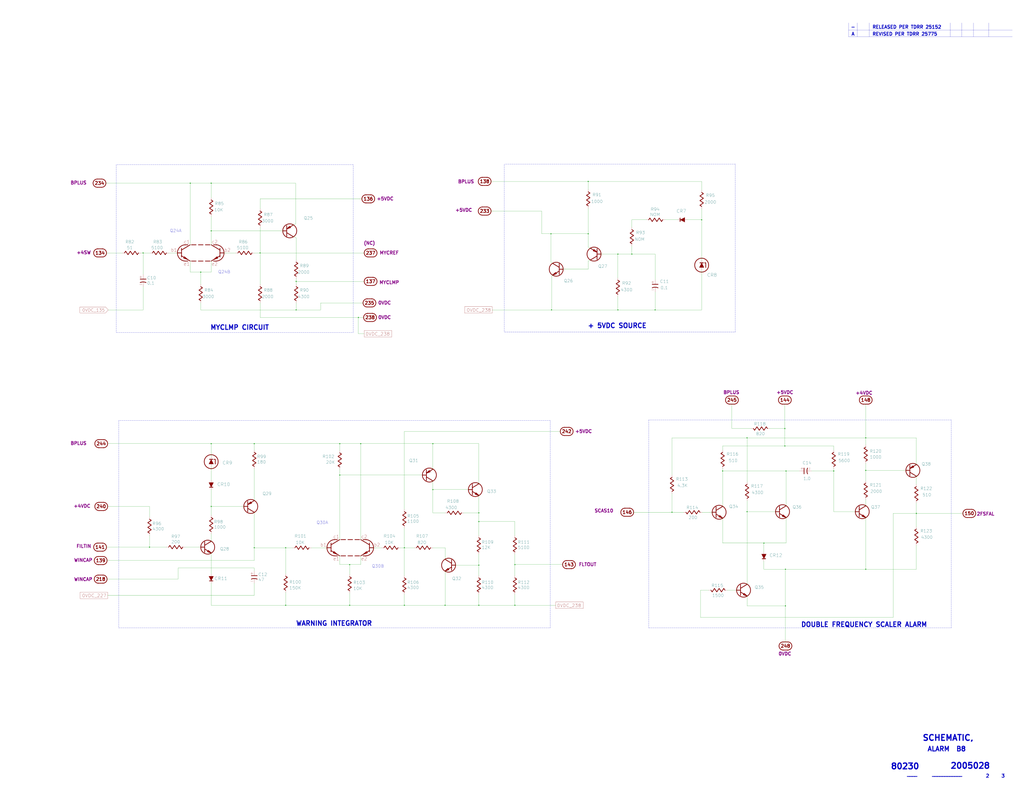
<source format=kicad_sch>
(kicad_sch (version 20211123) (generator eeschema)
  (paper "E")
  (junction (at 561.975 661.035))
  (junction (at 944.88 621.665))
  (junction (at 815.34 558.8))
  (junction (at 522.605 560.07))
  (junction (at 715.01 338.455))
  (junction (at 765.81 240.03))
  (junction (at 674.37 338.455))
  (junction (at 857.25 661.67))
  (junction (at 641.985 198.12))
  (junction (at 381.635 661.035))
  (junction (at 485.775 661.035))
  (junction (at 323.215 338.455))
  (junction (at 522.605 617.22))
  (junction (at 311.785 661.035))
  (junction (at 219.075 297.18))
  (junction (at 370.84 518.795))
  (junction (at 277.495 484.505))
  (junction (at 641.985 255.27))
  (junction (at 230.505 484.505))
  (junction (at 230.505 252.095))
  (junction (at 815.34 478.155))
  (junction (at 909.955 514.35))
  (junction (at 522.605 661.035))
  (junction (at 1000.125 560.705))
  (junction (at 163.195 597.535))
  (junction (at 381.635 616.585))
  (junction (at 856.615 487.045))
  (junction (at 857.885 514.35))
  (junction (at 207.645 200.025))
  (junction (at 277.495 598.17))
  (junction (at 283.845 276.225))
  (junction (at 391.16 346.71))
  (junction (at 833.755 593.09))
  (junction (at 441.325 661.035))
  (junction (at 472.44 534.67))
  (junction (at 472.44 484.505))
  (junction (at 857.25 621.665))
  (junction (at 561.975 616.585))
  (junction (at 788.67 514.35))
  (junction (at 601.345 255.27))
  (junction (at 230.505 200.025))
  (junction (at 689.61 277.495))
  (junction (at 944.88 478.155))
  (junction (at 370.84 484.505))
  (junction (at 311.785 598.17))
  (junction (at 156.21 276.225))
  (junction (at 393.7 484.505))
  (junction (at 601.98 338.455))
  (junction (at 522.605 569.595))
  (junction (at 856.615 467.995))
  (junction (at 733.425 559.435))
  (junction (at 230.505 553.085))
  (junction (at 323.215 307.34))
  (junction (at 674.37 277.495))
  (junction (at 441.325 598.17))
  (junction (at 944.88 513.715))
  (wire (pts (xy 283.845 276.225) (xy 283.845 310.515)))
  (wire (pts (xy 857.25 661.67) (xy 857.25 701.04)))
  (wire (pts (xy 230.505 252.095) (xy 230.505 236.22)))
  (wire (pts (xy 857.885 593.09) (xy 857.885 565.15)))
  (wire (pts (xy 689.61 240.03) (xy 689.61 248.285)))
  (wire (pts (xy 323.215 307.34) (xy 397.51 307.34)))
  (wire (pts (xy 283.845 276.225) (xy 397.51 276.225)))
  (wire (pts (xy 691.515 559.435) (xy 733.425 559.435)))
  (wire (pts (xy 441.325 661.035) (xy 381.635 661.035)))
  (wire (pts (xy 765.81 338.455) (xy 715.01 338.455)))
  (wire (pts (xy 393.7 484.505) (xy 472.44 484.505)))
  (wire (pts (xy 522.605 484.505) (xy 522.605 528.32)))
  (wire (pts (xy 230.505 603.885) (xy 230.505 626.745)))
  (wire (pts (xy 909.955 487.045) (xy 909.955 491.49)))
  (wire (pts (xy 601.98 338.455) (xy 601.98 301.625)))
  (wire (pts (xy 909.955 511.81) (xy 909.955 514.35)))
  (wire (pts (xy 833.755 621.665) (xy 833.755 612.775)))
  (wire (pts (xy 163.195 564.515) (xy 163.195 553.085)))
  (wire (pts (xy 277.495 620.395) (xy 194.31 620.395)))
  (wire (pts (xy 497.205 617.22) (xy 522.605 617.22)))
  (wire (pts (xy 485.775 661.035) (xy 522.605 661.035)))
  (wire (pts (xy 370.84 607.06) (xy 370.84 616.585)))
  (wire (pts (xy 857.25 621.665) (xy 944.88 621.665)))
  (wire (pts (xy 393.7 484.505) (xy 393.7 589.28)))
  (polyline (pts (xy 550.545 362.585) (xy 802.64 362.585)))
  (wire (pts (xy 715.01 305.435) (xy 715.01 277.495)))
  (wire (pts (xy 207.645 297.18) (xy 219.075 297.18)))
  (wire (pts (xy 689.61 277.495) (xy 674.37 277.495)))
  (wire (pts (xy 591.185 230.505) (xy 591.185 255.27)))
  (wire (pts (xy 277.495 546.735) (xy 277.495 511.81)))
  (polyline (pts (xy 708.025 685.8) (xy 1038.225 685.8)))
  (wire (pts (xy 788.67 487.045) (xy 856.615 487.045)))
  (wire (pts (xy 230.505 534.67) (xy 230.505 553.085)))
  (wire (pts (xy 370.84 484.505) (xy 370.84 492.125)))
  (wire (pts (xy 381.635 661.035) (xy 311.785 661.035)))
  (wire (pts (xy 674.37 303.53) (xy 674.37 277.495)))
  (wire (pts (xy 561.975 605.155) (xy 561.975 616.585)))
  (wire (pts (xy 535.94 198.12) (xy 641.985 198.12)))
  (wire (pts (xy 561.975 569.595) (xy 522.605 569.595)))
  (wire (pts (xy 472.44 484.505) (xy 522.605 484.505)))
  (wire (pts (xy 230.505 215.9) (xy 230.505 200.025)))
  (wire (pts (xy 193.675 276.225) (xy 184.15 276.225)))
  (polyline (pts (xy 129.54 459.105) (xy 129.54 685.8)))
  (wire (pts (xy 803.91 644.525) (xy 793.75 644.525)))
  (wire (pts (xy 535.94 230.505) (xy 591.185 230.505)))
  (wire (pts (xy 765.81 198.12) (xy 641.985 198.12)))
  (wire (pts (xy 219.075 338.455) (xy 323.215 338.455)))
  (wire (pts (xy 277.495 276.225) (xy 283.845 276.225)))
  (polyline (pts (xy 550.545 179.705) (xy 550.545 362.585)))
  (polyline (pts (xy 127 179.705) (xy 127 363.22)))
  (wire (pts (xy 485.775 623.57) (xy 485.775 661.035)))
  (wire (pts (xy 311.785 598.17) (xy 277.495 598.17)))
  (wire (pts (xy 207.645 267.335) (xy 207.645 200.025)))
  (wire (pts (xy 511.175 534.67) (xy 472.44 534.67)))
  (polyline (pts (xy 926.084 32.766) (xy 1104.9 32.766)) (stroke (width 0) (type solid)))
  (wire (pts (xy 815.34 478.155) (xy 733.425 478.155)))
  (wire (pts (xy 441.325 556.26) (xy 441.325 471.17)))
  (wire (pts (xy 765.81 294.64) (xy 765.81 338.455)))
  (wire (pts (xy 815.34 661.67) (xy 857.25 661.67)))
  (polyline (pts (xy 802.64 362.585) (xy 802.64 179.07)))
  (wire (pts (xy 1000.125 507.365) (xy 1000.125 478.155)))
  (wire (pts (xy 461.01 518.795) (xy 370.84 518.795)))
  (wire (pts (xy 230.505 562.61) (xy 230.505 553.085)))
  (polyline (pts (xy 127 363.22) (xy 385.445 363.22)))
  (wire (pts (xy 833.755 593.09) (xy 857.885 593.09)))
  (wire (pts (xy 815.34 650.875) (xy 815.34 661.67)))
  (wire (pts (xy 644.525 271.145) (xy 641.985 269.875)))
  (wire (pts (xy 815.34 546.735) (xy 815.34 558.8)))
  (wire (pts (xy 944.88 441.325) (xy 944.88 478.155)))
  (polyline (pts (xy 802.64 179.07) (xy 550.545 179.07)))
  (wire (pts (xy 739.775 240.03) (xy 725.805 240.03)))
  (wire (pts (xy 472.44 534.67) (xy 472.44 525.145)))
  (wire (pts (xy 856.615 487.045) (xy 909.955 487.045)))
  (wire (pts (xy 833.755 602.615) (xy 833.755 593.09)))
  (wire (pts (xy 522.605 569.595) (xy 522.605 584.835)))
  (wire (pts (xy 815.34 478.155) (xy 944.88 478.155)))
  (wire (pts (xy 472.44 534.67) (xy 472.44 560.07)))
  (wire (pts (xy 257.175 276.225) (xy 244.475 276.225)))
  (wire (pts (xy 219.075 330.835) (xy 219.075 338.455)))
  (wire (pts (xy 944.88 621.665) (xy 944.88 565.15)))
  (wire (pts (xy 323.215 338.455) (xy 349.885 338.455)))
  (wire (pts (xy 219.075 297.18) (xy 230.505 297.18)))
  (wire (pts (xy 156.21 299.72) (xy 156.21 276.225)))
  (wire (pts (xy 230.505 661.035) (xy 311.785 661.035)))
  (wire (pts (xy 765.81 207.645) (xy 765.81 198.12)))
  (wire (pts (xy 689.61 268.605) (xy 689.61 277.495)))
  (wire (pts (xy 715.01 338.455) (xy 674.37 338.455)))
  (wire (pts (xy 441.325 598.17) (xy 452.12 598.17)))
  (wire (pts (xy 522.605 541.02) (xy 522.605 560.07)))
  (polyline (pts (xy 948.69 25.019) (xy 948.69 40.132)) (stroke (width 0) (type solid)))
  (wire (pts (xy 773.43 644.525) (xy 764.54 644.525)))
  (wire (pts (xy 561.975 616.585) (xy 614.045 616.585)))
  (polyline (pts (xy 600.71 459.105) (xy 129.54 459.105)))
  (wire (pts (xy 163.195 597.535) (xy 163.195 584.835)))
  (polyline (pts (xy 926.084 25.019) (xy 926.084 40.132)) (stroke (width 0) (type solid)))
  (wire (pts (xy 230.505 509.27) (xy 230.505 524.51)))
  (wire (pts (xy 777.24 559.435) (xy 766.445 559.435)))
  (wire (pts (xy 219.075 310.515) (xy 219.075 297.18)))
  (wire (pts (xy 156.21 338.455) (xy 118.11 338.455)))
  (wire (pts (xy 606.425 661.035) (xy 561.975 661.035)))
  (wire (pts (xy 1000.125 478.155) (xy 944.88 478.155)))
  (wire (pts (xy 370.84 518.795) (xy 370.84 589.28)))
  (wire (pts (xy 909.955 514.35) (xy 909.955 558.8)))
  (polyline (pts (xy 600.71 685.8) (xy 600.71 459.105)))
  (wire (pts (xy 944.88 513.715) (xy 944.88 506.095)))
  (wire (pts (xy 819.785 467.995) (xy 798.83 467.995)))
  (wire (pts (xy 323.215 283.845) (xy 323.215 259.715)))
  (wire (pts (xy 601.345 286.385) (xy 601.345 255.27)))
  (wire (pts (xy 283.845 217.17) (xy 394.97 217.17)))
  (wire (pts (xy 788.67 514.35) (xy 788.67 511.81)))
  (wire (pts (xy 283.845 330.835) (xy 283.845 346.71)))
  (wire (pts (xy 788.67 593.09) (xy 833.755 593.09)))
  (wire (pts (xy 591.185 255.27) (xy 601.345 255.27)))
  (wire (pts (xy 733.425 539.115) (xy 733.425 559.435)))
  (wire (pts (xy 641.985 198.12) (xy 641.985 207.01)))
  (polyline (pts (xy 926.084 40.132) (xy 1104.9 40.132)) (stroke (width 0) (type solid)))
  (wire (pts (xy 277.495 484.505) (xy 277.495 491.49)))
  (wire (pts (xy 349.885 338.455) (xy 349.885 330.835)))
  (wire (pts (xy 522.605 605.155) (xy 522.605 617.22)))
  (wire (pts (xy 485.775 598.17) (xy 472.44 598.17)))
  (wire (pts (xy 788.67 565.785) (xy 788.67 593.09)))
  (wire (pts (xy 749.935 240.03) (xy 765.81 240.03)))
  (wire (pts (xy 614.68 294.005) (xy 641.985 294.005)))
  (wire (pts (xy 485.775 610.87) (xy 485.775 598.17)))
  (polyline (pts (xy 1038.225 458.47) (xy 708.025 458.47)))
  (wire (pts (xy 116.205 597.535) (xy 163.195 597.535)))
  (wire (pts (xy 381.635 627.38) (xy 381.635 616.585)))
  (wire (pts (xy 815.34 558.8) (xy 846.455 558.8)))
  (wire (pts (xy 856.615 441.325) (xy 856.615 467.995)))
  (wire (pts (xy 506.095 560.07) (xy 522.605 560.07)))
  (wire (pts (xy 370.84 518.795) (xy 370.84 512.445)))
  (wire (pts (xy 370.84 616.585) (xy 381.635 616.585)))
  (wire (pts (xy 381.635 661.035) (xy 381.635 647.7)))
  (wire (pts (xy 230.505 591.185) (xy 230.505 582.93)))
  (wire (pts (xy 715.01 277.495) (xy 689.61 277.495)))
  (wire (pts (xy 416.56 598.17) (xy 407.67 598.17)))
  (wire (pts (xy 117.475 484.505) (xy 230.505 484.505)))
  (wire (pts (xy 522.605 560.07) (xy 522.605 569.595)))
  (wire (pts (xy 764.54 644.525) (xy 764.54 674.37)))
  (wire (pts (xy 323.215 304.165) (xy 323.215 307.34)))
  (wire (pts (xy 674.37 277.495) (xy 655.955 277.495)))
  (wire (pts (xy 857.885 552.45) (xy 857.885 514.35)))
  (wire (pts (xy 944.88 525.145) (xy 944.88 513.715)))
  (polyline (pts (xy 708.025 458.47) (xy 708.025 685.8)))
  (wire (pts (xy 1000.125 560.705) (xy 1050.925 560.705)))
  (wire (pts (xy 641.985 269.875) (xy 641.985 255.27)))
  (wire (pts (xy 277.495 636.905) (xy 277.495 650.24)))
  (wire (pts (xy 116.84 612.14) (xy 277.495 612.14)))
  (wire (pts (xy 323.215 338.455) (xy 323.215 330.835)))
  (wire (pts (xy 522.605 617.22) (xy 522.605 628.65)))
  (wire (pts (xy 856.615 487.045) (xy 856.615 467.995)))
  (wire (pts (xy 181.61 597.535) (xy 163.195 597.535)))
  (polyline (pts (xy 1049.782 25.019) (xy 1049.782 40.132)) (stroke (width 0) (type solid)))
  (wire (pts (xy 764.54 674.37) (xy 974.725 674.37)))
  (wire (pts (xy 909.955 558.8) (xy 933.45 558.8)))
  (wire (pts (xy 156.21 276.225) (xy 153.67 276.225)))
  (wire (pts (xy 322.58 200.025) (xy 322.58 244.475)))
  (wire (pts (xy 1000.125 528.955) (xy 1000.125 520.065)))
  (wire (pts (xy 522.605 648.97) (xy 522.605 661.035)))
  (polyline (pts (xy 1078.992 25.019) (xy 1078.992 40.132)) (stroke (width 0) (type solid)))
  (polyline (pts (xy 129.54 685.8) (xy 600.71 685.8)))
  (wire (pts (xy 441.325 471.17) (xy 611.505 471.17)))
  (wire (pts (xy 311.785 626.745) (xy 311.785 598.17)))
  (wire (pts (xy 349.885 330.835) (xy 396.24 330.835)))
  (wire (pts (xy 674.37 323.85) (xy 674.37 338.455)))
  (wire (pts (xy 230.505 297.18) (xy 230.505 285.115)))
  (polyline (pts (xy 935.736 25.019) (xy 935.736 40.132)) (stroke (width 0) (type solid)))
  (wire (pts (xy 815.34 558.8) (xy 815.34 638.175)))
  (wire (pts (xy 885.825 514.35) (xy 909.955 514.35)))
  (wire (pts (xy 207.645 285.115) (xy 207.645 297.18)))
  (wire (pts (xy 320.04 258.445) (xy 323.215 259.715)))
  (wire (pts (xy 765.81 284.48) (xy 765.81 240.03)))
  (wire (pts (xy 230.505 484.505) (xy 230.505 499.11)))
  (wire (pts (xy 116.84 632.46) (xy 194.31 632.46)))
  (wire (pts (xy 219.075 597.535) (xy 201.93 597.535)))
  (wire (pts (xy 1000.125 621.665) (xy 944.88 621.665)))
  (wire (pts (xy 393.7 616.585) (xy 393.7 607.06)))
  (wire (pts (xy 441.325 598.17) (xy 436.88 598.17)))
  (wire (pts (xy 857.25 621.665) (xy 833.755 621.665)))
  (wire (pts (xy 641.985 285.115) (xy 644.525 283.845)))
  (wire (pts (xy 115.57 200.025) (xy 207.645 200.025)))
  (wire (pts (xy 283.845 248.285) (xy 283.845 276.225)))
  (wire (pts (xy 788.67 553.085) (xy 788.67 514.35)))
  (wire (pts (xy 641.985 294.005) (xy 641.985 285.115)))
  (wire (pts (xy 603.25 287.655) (xy 601.345 286.385)))
  (wire (pts (xy 441.325 661.035) (xy 441.325 648.97)))
  (wire (pts (xy 230.505 252.095) (xy 230.505 267.335)))
  (wire (pts (xy 840.105 467.995) (xy 856.615 467.995)))
  (wire (pts (xy 117.475 553.085) (xy 163.195 553.085)))
  (wire (pts (xy 1000.125 595.63) (xy 1000.125 621.665)))
  (wire (pts (xy 319.405 598.17) (xy 311.785 598.17)))
  (wire (pts (xy 974.725 674.37) (xy 974.725 560.705)))
  (wire (pts (xy 230.505 200.025) (xy 322.58 200.025)))
  (wire (pts (xy 320.04 245.745) (xy 322.58 244.475)))
  (wire (pts (xy 283.845 346.71) (xy 391.16 346.71)))
  (polyline (pts (xy 1037.082 25.019) (xy 1037.082 40.132)) (stroke (width 0) (type solid)))
  (wire (pts (xy 601.345 255.27) (xy 641.985 255.27)))
  (wire (pts (xy 641.985 255.27) (xy 641.985 227.33)))
  (wire (pts (xy 561.975 584.835) (xy 561.975 569.595)))
  (wire (pts (xy 370.84 484.505) (xy 393.7 484.505)))
  (wire (pts (xy 194.31 620.395) (xy 194.31 632.46)))
  (wire (pts (xy 441.325 598.17) (xy 441.325 628.65)))
  (wire (pts (xy 277.495 598.17) (xy 277.495 612.14)))
  (wire (pts (xy 857.25 661.67) (xy 857.25 621.665)))
  (wire (pts (xy 857.885 514.35) (xy 872.49 514.35)))
  (wire (pts (xy 788.67 491.49) (xy 788.67 487.045)))
  (wire (pts (xy 230.505 252.095) (xy 308.61 252.095)))
  (wire (pts (xy 1000.125 575.31) (xy 1000.125 560.705)))
  (wire (pts (xy 944.88 485.775) (xy 944.88 478.155)))
  (wire (pts (xy 156.21 313.055) (xy 156.21 338.455)))
  (wire (pts (xy 230.505 636.905) (xy 230.505 661.035)))
  (wire (pts (xy 944.88 552.45) (xy 944.88 545.465)))
  (wire (pts (xy 705.485 240.03) (xy 689.61 240.03)))
  (wire (pts (xy 522.605 661.035) (xy 561.975 661.035)))
  (wire (pts (xy 311.785 661.035) (xy 311.785 647.065)))
  (wire (pts (xy 472.44 484.505) (xy 472.44 512.445)))
  (wire (pts (xy 601.98 301.625) (xy 603.25 300.355)))
  (wire (pts (xy 277.495 484.505) (xy 370.84 484.505)))
  (wire (pts (xy 746.125 559.435) (xy 733.425 559.435)))
  (wire (pts (xy 207.645 200.025) (xy 230.505 200.025)))
  (wire (pts (xy 674.37 338.455) (xy 601.98 338.455)))
  (wire (pts (xy 381.635 616.585) (xy 393.7 616.585)))
  (wire (pts (xy 733.425 478.155) (xy 733.425 518.795)))
  (wire (pts (xy 715.01 318.77) (xy 715.01 338.455)))
  (polyline (pts (xy 385.445 179.705) (xy 127 179.705)))
  (wire (pts (xy 765.81 240.03) (xy 765.81 227.965)))
  (wire (pts (xy 277.495 598.17) (xy 277.495 559.435)))
  (wire (pts (xy 230.505 553.085) (xy 266.065 553.085)))
  (wire (pts (xy 601.98 338.455) (xy 537.21 338.455)))
  (polyline (pts (xy 1062.482 25.019) (xy 1062.482 40.132)) (stroke (width 0) (type solid)))
  (wire (pts (xy 391.16 346.71) (xy 396.875 346.71)))
  (wire (pts (xy 857.885 514.35) (xy 788.67 514.35)))
  (wire (pts (xy 133.35 276.225) (xy 116.205 276.225)))
  (wire (pts (xy 1000.125 549.275) (xy 1000.125 560.705)))
  (polyline (pts (xy 385.445 363.22) (xy 385.445 179.705)))
  (wire (pts (xy 441.325 576.58) (xy 441.325 598.17)))
  (wire (pts (xy 391.16 364.49) (xy 397.51 364.49)))
  (wire (pts (xy 798.83 441.325) (xy 798.83 467.995)))
  (wire (pts (xy 472.44 560.07) (xy 485.775 560.07)))
  (wire (pts (xy 391.16 346.71) (xy 391.16 364.49)))
  (wire (pts (xy 974.725 560.705) (xy 1000.125 560.705)))
  (wire (pts (xy 283.845 227.965) (xy 283.845 217.17)))
  (wire (pts (xy 988.695 513.715) (xy 944.88 513.715)))
  (wire (pts (xy 356.87 598.17) (xy 339.725 598.17)))
  (wire (pts (xy 561.975 616.585) (xy 561.975 628.65)))
  (wire (pts (xy 163.83 276.225) (xy 156.21 276.225)))
  (wire (pts (xy 230.505 484.505) (xy 277.495 484.505)))
  (polyline (pts (xy 1038.225 685.8) (xy 1038.225 458.47)))
  (wire (pts (xy 117.475 650.24) (xy 277.495 650.24)))
  (wire (pts (xy 815.34 526.415) (xy 815.34 478.155)))
  (wire (pts (xy 323.215 307.34) (xy 323.215 310.515)))
  (wire (pts (xy 277.495 623.57) (xy 277.495 620.395)))
  (wire (pts (xy 561.975 661.035) (xy 561.975 648.97)))
  (wire (pts (xy 485.775 661.035) (xy 441.325 661.035)))
  (text "ALARM  B8" (at 1011.8598 821.0296 0) (effects (font (size 5.08 5.08) (thickness 1.016) bold) (justify left bottom)))
  (text "Q24A" (at 185.42 254 0) (effects (font (size 3.302 3.302)) (justify left bottom)))
  (text "A" (at 929.005 39.37 0) (effects (font (size 3.556 3.556) (thickness 0.7112) bold) (justify left bottom)))
  (text "-" (at 928.37 31.75 0) (effects (font (size 3.556 3.556) (thickness 0.7112) bold) (justify left bottom)))
  (text "WARNING INTEGRATOR" (at 406.4 683.895 180) (effects (font (size 5.08 5.08) (thickness 1.016) bold) (justify right bottom)))
  (text "Q30B" (at 419.1 620.395 180) (effects (font (size 3.302 3.302)) (justify right bottom)))
  (text "Q30A" (at 358.14 572.77 180) (effects (font (size 3.302 3.302)) (justify right bottom)))
  (text "REVISED PER TDRR 25775" (at 951.865 39.37 0) (effects (font (size 3.556 3.556) (thickness 0.7112) bold) (justify left bottom)))
  (text "80230" (at 971.8548 840.7146 0) (effects (font (size 6.35 6.35) (thickness 1.27) bold) (justify left bottom)))
  (text "2     3" (at 1075.69 849.63 0) (effects (font (size 3.556 3.556) (thickness 0.7112) bold) (justify left bottom)))
  (text "Q24B" (at 238.125 299.085 0) (effects (font (size 3.302 3.302)) (justify left bottom)))
  (text "2005028" (at 1036.955 840.105 0) (effects (font (size 6.35 6.35) (thickness 1.27) bold) (justify left bottom)))
  (text "DOUBLE FREQUENCY SCALER ALARM" (at 1012.19 685.165 180) (effects (font (size 5.08 5.08) (thickness 1.016) bold) (justify right bottom)))
  (text "+ 5VDC SOURCE" (at 706.12 358.775 180) (effects (font (size 5.08 5.08) (thickness 1.016) bold) (justify right bottom)))
  (text "RELEASED PER TDRR 25152" (at 951.865 31.75 0) (effects (font (size 3.556 3.556) (thickness 0.7112) bold) (justify left bottom)))
  (text "____________" (at 1016.9398 848.3346 0) (effects (font (size 3.556 3.556) (thickness 0.7112) bold) (justify left bottom)))
  (text "SCHEMATIC," (at 1006.475 809.625 0) (effects (font (size 6.35 6.35) (thickness 1.27) bold) (justify left bottom)))
  (text "MYCLMP CIRCUIT" (at 294.005 360.68 180) (effects (font (size 5.08 5.08) (thickness 1.016) bold) (justify right bottom)))
  (text "____" (at 989.6348 848.3346 0) (effects (font (size 3.556 3.556) (thickness 0.7112) bold) (justify left bottom)))
  (global_label "0VDC_238" (shape passive) (at 606.425 661.035 0) (effects (font (size 3.556 3.556))) (property "Intersheet References" "${INTERSHEET_REFS}" (effects hide)))
  (global_label "0VDC_227" (shape passive) (at 117.475 650.24 180) (effects (font (size 3.556 3.556))) (property "Intersheet References" "${INTERSHEET_REFS}" (effects hide)))
  (global_label "0VDC_238" (shape passive) (at 397.51 364.49 0) (effects (font (size 3.556 3.556))) (property "Intersheet References" "${INTERSHEET_REFS}" (effects hide)))
  (global_label "0VDC_135" (shape input) (at 118.11 338.455 180) (effects (font (size 3.302 3.302))) (property "Intersheet References" "${INTERSHEET_REFS}" (effects hide)))
  (global_label "0VDC_238" (shape passive) (at 537.21 338.455 180) (effects (font (size 3.556 3.556))) (property "Intersheet References" "${INTERSHEET_REFS}" (effects hide)))
  (symbol (lib_id "AGC_DSKY:ConnectorB8-200") (at 110.49 553.085 0) (unit 40)
    (property "Reference" "J2" (effects hide))
    (property "Value" "ConnectorB8-200" (effects hide))
    (property "Caption" "+4VDC" (at 89.535 554.99 0) (effects (font (size 3.556 3.556) bold) (justify bottom)))
  )
  (symbol (lib_id "AGC_DSKY:Transistor-NPN-dual4") (at 219.075 276.225 0) (mirror y) (unit 1)
    (property "Reference" "Q24" (effects hide))
    (property "Value" "Transistor-NPN-dual4" (effects hide))
  )
  (symbol (lib_id "AGC_DSKY:Transistor-PNP") (at 316.23 252.095 0) (unit 1)
    (property "Reference" "Q25" (at 336.55 238.125 0) (effects (font (size 3.302 3.302))))
    (property "Value" "Transistor-PNP" (effects hide))
  )
  (symbol (lib_id "AGC_DSKY:Capacitor-Polarized") (at 156.21 306.705 0) (unit 1)
    (property "Reference" "C10" (at 160.401 303.4792 0) (effects (font (size 3.302 3.302)) (justify left)))
    (property "Value" "0.1" (at 160.401 309.245 0) (effects (font (size 3.302 3.302)) (justify left)))
  )
  (symbol (lib_id "AGC_DSKY:Resistor") (at 143.51 276.225 0) (mirror x) (unit 1)
    (property "Reference" "R82" (at 141.605 264.16 0) (effects (font (size 3.302 3.302))))
    (property "Value" "51" (at 141.605 270.51 0) (effects (font (size 3.302 3.302))))
  )
  (symbol (lib_id "AGC_DSKY:Resistor") (at 173.99 276.225 0) (mirror x) (unit 1)
    (property "Reference" "R83" (at 172.085 264.16 0) (effects (font (size 3.302 3.302))))
    (property "Value" "5100" (at 171.45 270.51 0) (effects (font (size 3.302 3.302))))
  )
  (symbol (lib_id "AGC_DSKY:Resistor") (at 267.335 276.225 0) (mirror x) (unit 1)
    (property "Reference" "R86" (at 265.43 264.16 0) (effects (font (size 3.302 3.302))))
    (property "Value" "5100" (at 264.795 270.51 0) (effects (font (size 3.302 3.302))))
  )
  (symbol (lib_id "AGC_DSKY:Resistor") (at 230.505 226.06 90) (mirror x) (unit 1)
    (property "Reference" "R85" (at 239.395 222.25 90) (effects (font (size 3.302 3.302))))
    (property "Value" "10K" (at 238.76 229.235 90) (effects (font (size 3.302 3.302))))
  )
  (symbol (lib_id "AGC_DSKY:Resistor") (at 283.845 238.125 90) (mirror x) (unit 1)
    (property "Reference" "R87" (at 292.735 234.315 90) (effects (font (size 3.302 3.302))))
    (property "Value" "3000" (at 292.1 241.3 90) (effects (font (size 3.302 3.302))))
  )
  (symbol (lib_id "AGC_DSKY:Resistor") (at 219.075 320.675 90) (mirror x) (unit 1)
    (property "Reference" "R84" (at 227.965 316.865 90) (effects (font (size 3.302 3.302))))
    (property "Value" "3000" (at 227.33 323.85 90) (effects (font (size 3.302 3.302))))
  )
  (symbol (lib_id "AGC_DSKY:Resistor") (at 283.845 320.675 90) (mirror x) (unit 1)
    (property "Reference" "R88" (at 292.735 316.865 90) (effects (font (size 3.302 3.302))))
    (property "Value" "2000" (at 292.1 323.85 90) (effects (font (size 3.302 3.302))))
  )
  (symbol (lib_id "AGC_DSKY:Resistor") (at 323.215 294.005 90) (mirror x) (unit 1)
    (property "Reference" "R89" (at 332.105 290.195 90) (effects (font (size 3.302 3.302))))
    (property "Value" "2000" (at 331.47 297.18 90) (effects (font (size 3.302 3.302))))
  )
  (symbol (lib_id "AGC_DSKY:Resistor") (at 323.215 320.675 90) (mirror x) (unit 1)
    (property "Reference" "R90" (at 332.105 316.865 90) (effects (font (size 3.302 3.302))))
    (property "Value" "4300" (at 331.47 323.85 90) (effects (font (size 3.302 3.302))))
  )
  (symbol (lib_id "AGC_DSKY:Transistor-NPN") (at 607.06 294.005 0) (mirror y) (unit 1)
    (property "Reference" "Q26" (at 620.395 306.705 0) (effects (font (size 3.302 3.302))))
    (property "Value" "Transistor-NPN" (effects hide))
  )
  (symbol (lib_id "AGC_DSKY:Transistor-PNP") (at 648.335 277.495 0) (mirror y) (unit 1)
    (property "Reference" "Q27" (at 657.86 290.83 0) (effects (font (size 3.302 3.302))))
    (property "Value" "Transistor-PNP" (effects hide))
  )
  (symbol (lib_id "AGC_DSKY:Diode-Zener") (at 765.81 289.56 270) (unit 1)
    (property "Reference" "CR8" (at 771.525 300.355 90) (effects (font (size 3.556 3.556)) (justify left)))
    (property "Value" "Diode-Zener" (effects hide))
  )
  (symbol (lib_id "AGC_DSKY:Diode") (at 744.855 240.03 0) (unit 1)
    (property "Reference" "CR7" (at 743.585 230.505 0) (effects (font (size 3.556 3.556))))
    (property "Value" "Diode" (effects hide))
  )
  (symbol (lib_id "AGC_DSKY:Capacitor-Polarized") (at 715.01 312.42 0) (unit 1)
    (property "Reference" "C11" (at 720.09 307.34 0) (effects (font (size 3.302 3.302)) (justify left)))
    (property "Value" "0.1" (at 720.725 314.325 0) (effects (font (size 3.302 3.302)) (justify left)))
  )
  (symbol (lib_id "AGC_DSKY:Resistor") (at 641.985 217.17 90) (mirror x) (unit 1)
    (property "Reference" "R91" (at 646.43 212.725 90) (effects (font (size 3.302 3.302)) (justify right)))
    (property "Value" "1000" (at 644.906 220.0402 90) (effects (font (size 3.302 3.302)) (justify right)))
  )
  (symbol (lib_id "AGC_DSKY:Resistor") (at 689.61 258.445 90) (mirror x) (unit 1)
    (property "Reference" "R93" (at 694.055 254 90) (effects (font (size 3.302 3.302)) (justify right)))
    (property "Value" "NOM" (at 692.531 261.3152 90) (effects (font (size 3.302 3.302)) (justify right)))
  )
  (symbol (lib_id "AGC_DSKY:Resistor") (at 674.37 313.69 90) (mirror x) (unit 1)
    (property "Reference" "R92" (at 678.815 309.245 90) (effects (font (size 3.302 3.302)) (justify right)))
    (property "Value" "4300" (at 677.291 316.5602 90) (effects (font (size 3.302 3.302)) (justify right)))
  )
  (symbol (lib_id "AGC_DSKY:Resistor") (at 765.81 217.805 90) (mirror x) (unit 1)
    (property "Reference" "R95" (at 770.255 213.36 90) (effects (font (size 3.302 3.302)) (justify right)))
    (property "Value" "2000" (at 768.731 220.6752 90) (effects (font (size 3.302 3.302)) (justify right)))
  )
  (symbol (lib_id "AGC_DSKY:Resistor") (at 715.645 240.03 0) (mirror y) (unit 1)
    (property "Reference" "R94" (at 709.93 228.6 0) (effects (font (size 3.302 3.302)) (justify right)))
    (property "Value" "NOM" (at 709.295 234.315 0) (effects (font (size 3.302 3.302)) (justify right)))
  )
  (symbol (lib_id "AGC_DSKY:Transistor-NPN") (at 784.86 559.435 0) (unit 1)
    (property "Reference" "Q34" (at 800.735 553.085 0) (effects (font (size 3.302 3.302))))
    (property "Value" "Transistor-NPN" (effects hide))
  )
  (symbol (lib_id "AGC_DSKY:Transistor-NPN") (at 854.075 558.8 0) (unit 1)
    (property "Reference" "Q36" (at 869.95 553.72 0) (effects (font (size 3.302 3.302))))
    (property "Value" "Transistor-NPN" (effects hide))
  )
  (symbol (lib_id "AGC_DSKY:Transistor-NPN") (at 811.53 644.525 0) (unit 1)
    (property "Reference" "Q35" (at 828.675 641.35 0) (effects (font (size 3.302 3.302))))
    (property "Value" "Transistor-NPN" (effects hide))
  )
  (symbol (lib_id "AGC_DSKY:Transistor-NPN") (at 941.07 558.8 0) (unit 1)
    (property "Reference" "Q37" (at 955.675 553.72 0) (effects (font (size 3.302 3.302))))
    (property "Value" "Transistor-NPN" (effects hide))
  )
  (symbol (lib_id "AGC_DSKY:Transistor-PNP") (at 996.315 513.715 0) (unit 1)
    (property "Reference" "Q38" (at 1010.92 506.73 0) (effects (font (size 3.302 3.302))))
    (property "Value" "Transistor-PNP" (effects hide))
  )
  (symbol (lib_id "AGC_DSKY:Diode") (at 833.755 607.695 90) (unit 1)
    (property "Reference" "CR12" (at 839.47 606.425 90) (effects (font (size 3.556 3.556)) (justify right)))
    (property "Value" "Diode" (effects hide))
  )
  (symbol (lib_id "AGC_DSKY:Capacitor-Polarized") (at 879.475 514.35 90) (mirror x) (unit 1)
    (property "Reference" "C14" (at 880.745 505.46 90) (effects (font (size 3.302 3.302))))
    (property "Value" "1.0" (at 880.745 522.605 90) (effects (font (size 3.302 3.302))))
  )
  (symbol (lib_id "AGC_DSKY:Resistor") (at 829.945 467.995 0) (unit 1)
    (property "Reference" "R118" (at 829.31 462.915 0) (effects (font (size 3.302 3.302))))
    (property "Value" "820" (at 829.945 473.71 0) (effects (font (size 3.302 3.302))))
  )
  (symbol (lib_id "AGC_DSKY:Resistor") (at 756.285 559.435 0) (unit 1)
    (property "Reference" "R114" (at 755.65 554.355 0) (effects (font (size 3.302 3.302))))
    (property "Value" "200" (at 756.285 565.15 0) (effects (font (size 3.302 3.302))))
  )
  (symbol (lib_id "AGC_DSKY:Resistor") (at 783.59 644.525 0) (unit 1)
    (property "Reference" "R115" (at 782.955 639.445 0) (effects (font (size 3.302 3.302))))
    (property "Value" "1500" (at 783.59 650.24 0) (effects (font (size 3.302 3.302))))
  )
  (symbol (lib_id "AGC_DSKY:Resistor") (at 733.425 528.955 270) (unit 1)
    (property "Reference" "R113" (at 744.22 523.24 90) (effects (font (size 3.302 3.302))))
    (property "Value" "4.3K" (at 744.855 530.225 90) (effects (font (size 3.302 3.302))))
  )
  (symbol (lib_id "AGC_DSKY:Resistor") (at 788.67 501.65 270) (unit 1)
    (property "Reference" "R116" (at 799.465 495.935 90) (effects (font (size 3.302 3.302))))
    (property "Value" "510" (at 800.1 502.92 90) (effects (font (size 3.302 3.302))))
  )
  (symbol (lib_id "AGC_DSKY:Resistor") (at 815.34 536.575 270) (unit 1)
    (property "Reference" "R117" (at 826.135 530.86 90) (effects (font (size 3.302 3.302))))
    (property "Value" "4300" (at 826.77 537.845 90) (effects (font (size 3.302 3.302))))
  )
  (symbol (lib_id "AGC_DSKY:Resistor") (at 909.955 501.65 270) (unit 1)
    (property "Reference" "R119" (at 920.75 495.935 90) (effects (font (size 3.302 3.302))))
    (property "Value" "5600" (at 921.385 502.92 90) (effects (font (size 3.302 3.302))))
  )
  (symbol (lib_id "AGC_DSKY:Resistor") (at 944.88 495.935 270) (unit 1)
    (property "Reference" "R120" (at 955.675 492.76 90) (effects (font (size 3.302 3.302))))
    (property "Value" "1000" (at 955.675 499.11 90) (effects (font (size 3.302 3.302))))
  )
  (symbol (lib_id "AGC_DSKY:Resistor") (at 1000.125 585.47 270) (unit 1)
    (property "Reference" "R123" (at 1010.92 579.755 90) (effects (font (size 3.302 3.302))))
    (property "Value" "4300" (at 1011.555 586.74 90) (effects (font (size 3.302 3.302))))
  )
  (symbol (lib_id "AGC_DSKY:Resistor") (at 1000.125 539.115 270) (unit 1)
    (property "Reference" "R122" (at 1010.92 533.4 90) (effects (font (size 3.302 3.302))))
    (property "Value" "510" (at 1011.555 540.385 90) (effects (font (size 3.302 3.302))))
  )
  (symbol (lib_id "AGC_DSKY:Resistor") (at 944.88 535.305 270) (unit 1)
    (property "Reference" "R121" (at 955.675 529.59 90) (effects (font (size 3.302 3.302))))
    (property "Value" "2000" (at 956.31 536.575 90) (effects (font (size 3.302 3.302))))
  )
  (symbol (lib_id "AGC_DSKY:Transistor-NPN") (at 226.695 597.535 0) (unit 1)
    (property "Reference" "Q28" (at 245.11 599.44 0) (effects (font (size 3.302 3.302))))
    (property "Value" "Transistor-NPN" (effects hide))
  )
  (symbol (lib_id "AGC_DSKY:Transistor-NPN") (at 518.795 534.67 0) (unit 1)
    (property "Reference" "Q33" (at 536.575 536.575 0) (effects (font (size 3.302 3.302))))
    (property "Value" "Transistor-NPN" (effects hide))
  )
  (symbol (lib_id "AGC_DSKY:Transistor-NPN") (at 489.585 617.22 0) (mirror y) (unit 1)
    (property "Reference" "Q32" (at 498.475 631.825 0) (effects (font (size 3.302 3.302))))
    (property "Value" "Transistor-NPN" (effects hide))
  )
  (symbol (lib_id "AGC_DSKY:Transistor-PNP") (at 468.63 518.795 0) (unit 1)
    (property "Reference" "Q31" (at 451.485 502.92 0) (effects (font (size 3.302 3.302))))
    (property "Value" "Transistor-PNP" (effects hide))
  )
  (symbol (lib_id "AGC_DSKY:Transistor-PNP") (at 273.685 553.085 0) (unit 1)
    (property "Reference" "Q29" (at 291.465 539.115 0) (effects (font (size 3.302 3.302))))
    (property "Value" "Transistor-PNP" (effects hide))
  )
  (symbol (lib_id "AGC_DSKY:Diode") (at 230.505 529.59 90) (unit 1)
    (property "Reference" "CR10" (at 236.855 528.955 90) (effects (font (size 3.556 3.556)) (justify right)))
    (property "Value" "Diode" (effects hide))
  )
  (symbol (lib_id "AGC_DSKY:Capacitor-Polarized") (at 277.495 630.555 0) (unit 1)
    (property "Reference" "C12" (at 281.686 627.3292 0) (effects (font (size 3.302 3.302)) (justify left)))
    (property "Value" "47" (at 281.686 633.095 0) (effects (font (size 3.302 3.302)) (justify left)))
  )
  (symbol (lib_id "AGC_DSKY:Transistor-NPN-dual4") (at 382.27 598.17 0) (mirror y) (unit 1)
    (property "Reference" "C30" (effects hide))
    (property "Value" "Transistor-NPN-dual4" (effects hide))
  )
  (symbol (lib_id "AGC_DSKY:Diode") (at 230.505 631.825 90) (unit 1)
    (property "Reference" "CR11" (at 233.7816 631.825 90) (effects (font (size 3.556 3.556)) (justify right)))
    (property "Value" "Diode" (effects hide))
  )
  (symbol (lib_id "AGC_DSKY:Resistor") (at 163.195 574.675 90) (mirror x) (unit 1)
    (property "Reference" "R96" (at 166.116 571.7794 90) (effects (font (size 3.302 3.302)) (justify right)))
    (property "Value" "4300" (at 166.116 577.5452 90) (effects (font (size 3.302 3.302)) (justify right)))
  )
  (symbol (lib_id "AGC_DSKY:Resistor") (at 441.325 638.81 90) (mirror x) (unit 1)
    (property "Reference" "R106" (at 444.246 635.9144 90) (effects (font (size 3.302 3.302)) (justify right)))
    (property "Value" "4300" (at 444.246 641.6802 90) (effects (font (size 3.302 3.302)) (justify right)))
  )
  (symbol (lib_id "AGC_DSKY:Resistor") (at 522.605 638.81 90) (mirror x) (unit 1)
    (property "Reference" "R110" (at 525.526 635.9144 90) (effects (font (size 3.302 3.302)) (justify right)))
    (property "Value" "4300" (at 525.526 641.6802 90) (effects (font (size 3.302 3.302)) (justify right)))
  )
  (symbol (lib_id "AGC_DSKY:Resistor") (at 561.975 638.81 90) (mirror x) (unit 1)
    (property "Reference" "R112" (at 564.896 635.9144 90) (effects (font (size 3.302 3.302)) (justify right)))
    (property "Value" "4300" (at 564.896 641.6802 90) (effects (font (size 3.302 3.302)) (justify right)))
  )
  (symbol (lib_id "AGC_DSKY:Resistor") (at 561.975 594.995 90) (mirror x) (unit 1)
    (property "Reference" "R111" (at 564.896 592.0994 90) (effects (font (size 3.302 3.302)) (justify right)))
    (property "Value" "5100" (at 564.896 597.8652 90) (effects (font (size 3.302 3.302)) (justify right)))
  )
  (symbol (lib_id "AGC_DSKY:Resistor") (at 522.605 594.995 90) (mirror x) (unit 1)
    (property "Reference" "R109" (at 525.526 592.0994 90) (effects (font (size 3.302 3.302)) (justify right)))
    (property "Value" "12K" (at 525.526 597.8652 90) (effects (font (size 3.302 3.302)) (justify right)))
  )
  (symbol (lib_id "AGC_DSKY:Resistor") (at 381.635 637.54 90) (mirror x) (unit 1)
    (property "Reference" "R103" (at 385.445 636.27 90) (effects (font (size 3.302 3.302)) (justify right)))
    (property "Value" "10K" (at 385.445 642.62 90) (effects (font (size 3.302 3.302)) (justify right)))
  )
  (symbol (lib_id "AGC_DSKY:Resistor") (at 311.785 636.905 90) (mirror x) (unit 1)
    (property "Reference" "R100" (at 315.595 635.635 90) (effects (font (size 3.302 3.302)) (justify right)))
    (property "Value" "150K" (at 315.595 641.985 90) (effects (font (size 3.302 3.302)) (justify right)))
  )
  (symbol (lib_id "AGC_DSKY:Resistor") (at 441.325 566.42 90) (mirror x) (unit 1)
    (property "Reference" "R105" (at 444.246 563.5244 90) (effects (font (size 3.302 3.302)) (justify right)))
    (property "Value" "1100" (at 444.246 569.2902 90) (effects (font (size 3.302 3.302)) (justify right)))
  )
  (symbol (lib_id "AGC_DSKY:Resistor") (at 277.495 501.65 90) (mirror x) (unit 1)
    (property "Reference" "R99" (at 280.416 498.7544 90) (effects (font (size 3.302 3.302)) (justify right)))
    (property "Value" "180" (at 280.416 504.5202 90) (effects (font (size 3.302 3.302)) (justify right)))
  )
  (symbol (lib_id "AGC_DSKY:Resistor") (at 230.505 572.77 90) (mirror x) (unit 1)
    (property "Reference" "R98" (at 233.426 569.8744 90) (effects (font (size 3.302 3.302)) (justify right)))
    (property "Value" "1000" (at 233.426 575.6402 90) (effects (font (size 3.302 3.302)) (justify right)))
  )
  (symbol (lib_id "AGC_DSKY:Resistor") (at 370.84 502.285 90) (mirror x) (unit 1)
    (property "Reference" "R102" (at 351.79 498.475 90) (effects (font (size 3.302 3.302)) (justify right)))
    (property "Value" "20K" (at 355.6 504.825 90) (effects (font (size 3.302 3.302)) (justify right)))
  )
  (symbol (lib_id "AGC_DSKY:Resistor") (at 191.77 597.535 0) (mirror y) (unit 1)
    (property "Reference" "R97" (at 191.77 585.9526 0) (effects (font (size 3.302 3.302))))
    (property "Value" "200" (at 191.77 591.7184 0) (effects (font (size 3.302 3.302))))
  )
  (symbol (lib_id "AGC_DSKY:Resistor") (at 329.565 598.17 0) (mirror x) (unit 1)
    (property "Reference" "R101" (at 334.645 585.47 0) (effects (font (size 3.302 3.302)) (justify right)))
    (property "Value" "10K" (at 332.74 592.455 0) (effects (font (size 3.302 3.302)) (justify right)))
  )
  (symbol (lib_id "AGC_DSKY:Resistor") (at 426.72 598.17 0) (mirror x) (unit 1)
    (property "Reference" "R104" (at 431.8 585.47 0) (effects (font (size 3.302 3.302)) (justify right)))
    (property "Value" "10K" (at 429.895 592.455 0) (effects (font (size 3.302 3.302)) (justify right)))
  )
  (symbol (lib_id "AGC_DSKY:Resistor") (at 462.28 598.17 0) (mirror x) (unit 1)
    (property "Reference" "R107" (at 467.36 585.47 0) (effects (font (size 3.302 3.302)) (justify right)))
    (property "Value" "820" (at 465.455 592.455 0) (effects (font (size 3.302 3.302)) (justify right)))
  )
  (symbol (lib_id "AGC_DSKY:Resistor") (at 495.935 560.07 0) (mirror x) (unit 1)
    (property "Reference" "R108" (at 501.015 547.37 0) (effects (font (size 3.302 3.302)) (justify right)))
    (property "Value" "4300" (at 499.11 554.355 0) (effects (font (size 3.302 3.302)) (justify right)))
  )
  (symbol (lib_id "AGC_DSKY:Diode-Zener") (at 230.505 504.19 270) (unit 1)
    (property "Reference" "CR9" (at 242.57 505.46 90) (effects (font (size 3.556 3.556)) (justify left)))
    (property "Value" "Diode-Zener" (effects hide))
  )
  (symbol (lib_id "AGC_DSKY:ConnectorB8-200") (at 403.86 346.71 180) (unit 38)
    (property "Reference" "J2" (effects hide))
    (property "Value" "ConnectorB8-200" (effects hide))
    (property "Caption" "0VDC" (at 419.735 344.17 0) (effects (font (size 3.556 3.556) bold) (justify bottom)))
  )
  (symbol (lib_id "AGC_DSKY:ConnectorB8-200") (at 857.25 705.485 0) (unit 48) (convert 2)
    (property "Reference" "J2" (effects hide))
    (property "Value" "ConnectorB8-200" (effects hide))
    (property "Caption" "0VDC" (at 856.615 716.28 0) (effects (font (size 3.556 3.556) bold) (justify bottom)))
  )
  (symbol (lib_id "AGC_DSKY:ConnectorB8-100") (at 528.955 198.12 0) (unit 38)
    (property "Reference" "J1" (effects hide))
    (property "Value" "ConnectorB8-100" (effects hide))
    (property "Caption" "BPLUS" (at 508.635 200.66 0) (effects (font (size 3.556 3.556) bold) (justify bottom)))
  )
  (symbol (lib_id "AGC_DSKY:ConnectorB8-100") (at 109.855 612.14 0) (unit 39)
    (property "Reference" "J1" (effects hide))
    (property "Value" "ConnectorB8-100" (effects hide))
    (property "Caption" "WINCAP" (at 90.805 614.045 0) (effects (font (size 3.556 3.556) bold) (justify bottom)))
  )
  (symbol (lib_id "AGC_DSKY:ConnectorB8-100") (at 401.955 217.17 180) (unit 36)
    (property "Reference" "J1" (effects hide))
    (property "Value" "ConnectorB8-100" (effects hide))
    (property "Caption" "+5VDC" (at 420.37 214.63 0) (effects (font (size 3.556 3.556) bold) (justify bottom)))
  )
  (symbol (lib_id "AGC_DSKY:ConnectorB8-100") (at 404.495 307.34 180) (unit 37)
    (property "Reference" "J1" (effects hide))
    (property "Value" "ConnectorB8-100" (effects hide))
    (property "Caption" "MYCLMP" (at 424.815 306.07 0) (effects (font (size 3.556 3.556) bold) (justify bottom)))
  )
  (symbol (lib_id "AGC_DSKY:ConnectorB8-100") (at 109.22 276.225 0) (unit 34)
    (property "Reference" "J1" (effects hide))
    (property "Value" "ConnectorB8-100" (effects hide))
    (property "Caption" "+4SW" (at 91.44 278.13 0) (effects (font (size 3.556 3.556) bold) (justify bottom)))
  )
  (symbol (lib_id "AGC_DSKY:ConnectorB8-200") (at 528.955 230.505 0) (unit 33)
    (property "Reference" "J2" (effects hide))
    (property "Value" "ConnectorB8-200" (effects hide))
    (property "Caption" "+5VDC" (at 506.095 231.775 0) (effects (font (size 3.556 3.556) bold) (justify bottom)))
  )
  (symbol (lib_id "AGC_DSKY:ConnectorB8-200") (at 403.225 330.835 180) (unit 35)
    (property "Reference" "J2" (effects hide))
    (property "Value" "ConnectorB8-200" (effects hide))
    (property "Caption" "0VDC" (at 419.735 328.295 0) (effects (font (size 3.556 3.556) bold) (justify bottom)))
  )
  (symbol (lib_id "AGC_DSKY:ConnectorB8-200") (at 108.585 200.025 0) (unit 34)
    (property "Reference" "J2" (effects hide))
    (property "Value" "ConnectorB8-200" (effects hide))
    (property "Caption" "BPLUS" (at 85.725 201.93 0) (effects (font (size 3.556 3.556) bold) (justify bottom)))
  )
  (symbol (lib_id "AGC_DSKY:ConnectorB8-200") (at 404.495 276.225 180) (unit 37)
    (property "Reference" "J2" (effects hide))
    (property "Value" "ConnectorB8-200" (effects hide))
    (property "Caption" "MYCREF" (at 424.815 273.685 0) (effects (font (size 3.556 3.556) bold) (justify bottom)))
    (property "Comment" "(NC)" (at 403.225 265.43 0) (effects (font (size 3.556 3.556) bold)))
  )
  (symbol (lib_id "AGC_DSKY:ConnectorB8-200") (at 618.49 471.17 180) (unit 42)
    (property "Reference" "J2" (effects hide))
    (property "Value" "ConnectorB8-200" (effects hide))
    (property "Caption" "+5VDC" (at 636.905 468.63 0) (effects (font (size 3.556 3.556) bold) (justify bottom)))
  )
  (symbol (lib_id "AGC_DSKY:ConnectorB8-100") (at 1057.91 560.705 180) (unit 50)
    (property "Reference" "J1" (effects hide))
    (property "Value" "ConnectorB8-100" (effects hide))
    (property "Caption" "2FSFAL" (at 1075.69 558.8 0) (effects (font (size 3.556 3.556) bold) (justify bottom)))
  )
  (symbol (lib_id "AGC_DSKY:ConnectorB8-200") (at 109.855 632.46 0) (unit 18)
    (property "Reference" "J2" (effects hide))
    (property "Value" "ConnectorB8-200" (effects hide))
    (property "Caption" "WINCAP" (at 90.805 635 0) (effects (font (size 3.556 3.556) bold) (justify bottom)))
  )
  (symbol (lib_id "AGC_DSKY:ConnectorB8-100") (at 944.88 436.88 0) (mirror x) (unit 48) (convert 2)
    (property "Reference" "J1" (effects hide))
    (property "Value" "ConnectorB8-100" (effects hide))
    (property "Caption" "+4VDC" (at 942.975 426.72 0) (effects (font (size 3.556 3.556) bold) (justify bottom)))
  )
  (symbol (lib_id "AGC_DSKY:ConnectorB8-100") (at 684.53 559.435 0) (unit 46)
    (property "Reference" "J1" (effects hide))
    (property "Value" "ConnectorB8-100" (effects hide))
    (property "Caption" "SCAS10" (at 659.13 560.07 0) (effects (font (size 3.556 3.556) bold) (justify bottom)))
  )
  (symbol (lib_id "AGC_DSKY:ConnectorB8-100") (at 856.615 436.88 0) (mirror x) (unit 44) (convert 2)
    (property "Reference" "J1" (effects hide))
    (property "Value" "ConnectorB8-100" (effects hide))
    (property "Caption" "+5VDC" (at 856.615 426.085 0) (effects (font (size 3.556 3.556) bold) (justify bottom)))
  )
  (symbol (lib_id "AGC_DSKY:ConnectorB8-100") (at 621.03 616.585 180) (unit 43)
    (property "Reference" "J1" (effects hide))
    (property "Value" "ConnectorB8-100" (effects hide))
    (property "Caption" "FLTOUT" (at 641.35 614.045 0) (effects (font (size 3.556 3.556) bold) (justify bottom)))
  )
  (symbol (lib_id "AGC_DSKY:ConnectorB8-100") (at 109.22 597.535 0) (unit 41)
    (property "Reference" "J1" (effects hide))
    (property "Value" "ConnectorB8-100" (effects hide))
    (property "Caption" "FILTIN" (at 91.44 598.805 0) (effects (font (size 3.556 3.556) bold) (justify bottom)))
  )
  (symbol (lib_id "AGC_DSKY:ConnectorB8-200") (at 110.49 484.505 0) (unit 44)
    (property "Reference" "J2" (effects hide))
    (property "Value" "ConnectorB8-200" (effects hide))
    (property "Caption" "BPLUS" (at 85.725 486.41 0) (effects (font (size 3.556 3.556) bold) (justify bottom)))
  )
  (symbol (lib_id "AGC_DSKY:ConnectorB8-200") (at 798.83 436.88 0) (mirror x) (unit 45) (convert 2)
    (property "Reference" "J2" (effects hide))
    (property "Value" "ConnectorB8-200" (effects hide))
    (property "Caption" "BPLUS" (at 798.195 426.085 0) (effects (font (size 3.556 3.556) bold) (justify bottom)))
  )
)
</source>
